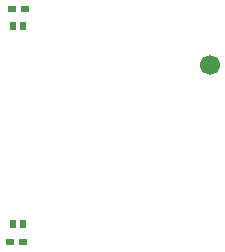
<source format=gbp>
G04*
G04 #@! TF.GenerationSoftware,Altium Limited,Altium Designer,25.7.1 (20)*
G04*
G04 Layer_Color=128*
%FSLAX25Y25*%
%MOIN*%
G70*
G04*
G04 #@! TF.SameCoordinates,A9B1DE4C-7A59-4FA5-9EB3-CEC3AB9D3762*
G04*
G04*
G04 #@! TF.FilePolarity,Positive*
G04*
G01*
G75*
%ADD23C,0.06693*%
%ADD25R,0.02362X0.02520*%
%ADD26R,0.02953X0.02362*%
D23*
X124016Y78740D02*
D03*
D25*
X61772Y25591D02*
D03*
X58307D02*
D03*
Y91634D02*
D03*
X61772D02*
D03*
D26*
X57874Y97261D02*
D03*
X62402D02*
D03*
X57291Y19579D02*
D03*
X61819D02*
D03*
M02*

</source>
